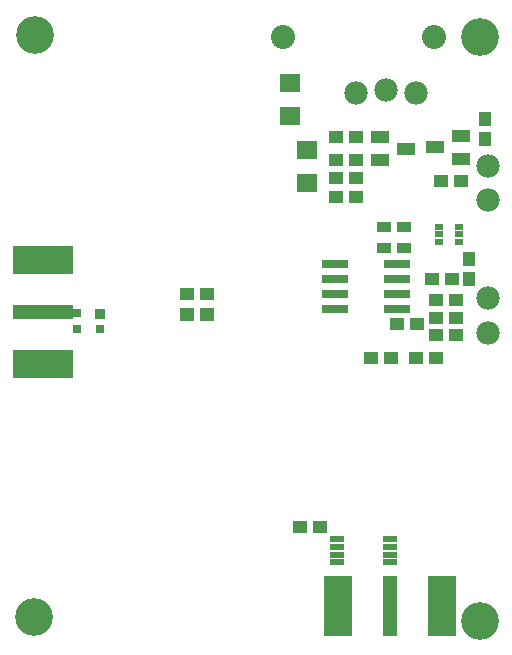
<source format=gts>
G75*
G70*
%OFA0B0*%
%FSLAX24Y24*%
%IPPOS*%
%LPD*%
%AMOC8*
5,1,8,0,0,1.08239X$1,22.5*
%
%ADD10C,0.1260*%
%ADD11R,0.0512X0.0355*%
%ADD12R,0.0473X0.0434*%
%ADD13R,0.0316X0.0276*%
%ADD14R,0.0355X0.0355*%
%ADD15R,0.0670X0.0591*%
%ADD16C,0.0780*%
%ADD17R,0.2040X0.0490*%
%ADD18R,0.2040X0.0940*%
%ADD19C,0.0800*%
%ADD20R,0.0910X0.0280*%
%ADD21R,0.0591X0.0434*%
%ADD22R,0.0316X0.0197*%
%ADD23R,0.0434X0.0473*%
%ADD24R,0.0473X0.0197*%
%ADD25R,0.0490X0.2040*%
%ADD26R,0.0940X0.2040*%
D10*
X004553Y004498D03*
X019425Y004369D03*
X019437Y023832D03*
X004590Y023893D03*
D11*
X016233Y017495D03*
X016233Y016786D03*
X016898Y016783D03*
X016898Y017492D03*
D12*
X018123Y019030D03*
X018792Y019030D03*
X018512Y015740D03*
X017843Y015740D03*
X017959Y015056D03*
X017958Y014448D03*
X017959Y013871D03*
X018628Y013871D03*
X018627Y014448D03*
X018628Y015056D03*
X017346Y014253D03*
X016677Y014253D03*
X016459Y013111D03*
X015790Y013111D03*
X017290Y013111D03*
X017959Y013111D03*
X015291Y018485D03*
X015289Y019113D03*
X015287Y019726D03*
X014618Y019726D03*
X014620Y019113D03*
X014622Y018485D03*
X014625Y020472D03*
X015294Y020472D03*
X010350Y015237D03*
G36*
X010580Y014362D02*
X010109Y014361D01*
X010108Y014794D01*
X010579Y014795D01*
X010580Y014362D01*
G37*
G36*
X009910Y014360D02*
X009439Y014359D01*
X009438Y014792D01*
X009909Y014793D01*
X009910Y014360D01*
G37*
X009681Y015237D03*
X013442Y007487D03*
X014111Y007487D03*
D13*
X006780Y014100D03*
X005989Y014100D03*
X005989Y014616D03*
D14*
X006780Y014577D03*
D15*
X013087Y021175D03*
X013087Y022278D03*
X013667Y020063D03*
X013667Y018960D03*
D16*
X015297Y021947D03*
X016297Y022047D03*
X017297Y021947D03*
X019706Y019512D03*
X019706Y018372D03*
X019696Y015106D03*
X019696Y013966D03*
D17*
X004861Y014648D03*
D18*
X004861Y016388D03*
X004861Y012908D03*
D19*
X012857Y023819D03*
X017897Y023819D03*
D20*
X016677Y016238D03*
X016677Y015738D03*
X016677Y015238D03*
X016677Y014738D03*
X014617Y014738D03*
X014617Y015238D03*
X014617Y015738D03*
X014617Y016238D03*
D21*
X016098Y019724D03*
X016098Y020472D03*
X016964Y020098D03*
X017927Y020136D03*
X018793Y020510D03*
X018793Y019762D03*
D22*
X018749Y017496D03*
X018749Y017240D03*
X018749Y016984D03*
X018080Y016984D03*
X018080Y017240D03*
X018080Y017496D03*
D23*
X019076Y016409D03*
X019076Y015740D03*
X019590Y020409D03*
X019590Y021078D03*
D24*
X016436Y007073D03*
X016436Y006817D03*
X016436Y006561D03*
X016436Y006305D03*
X014664Y006305D03*
X014664Y006561D03*
X014664Y006817D03*
X014664Y007073D03*
D25*
X016435Y004861D03*
D26*
X014695Y004861D03*
X018175Y004861D03*
M02*

</source>
